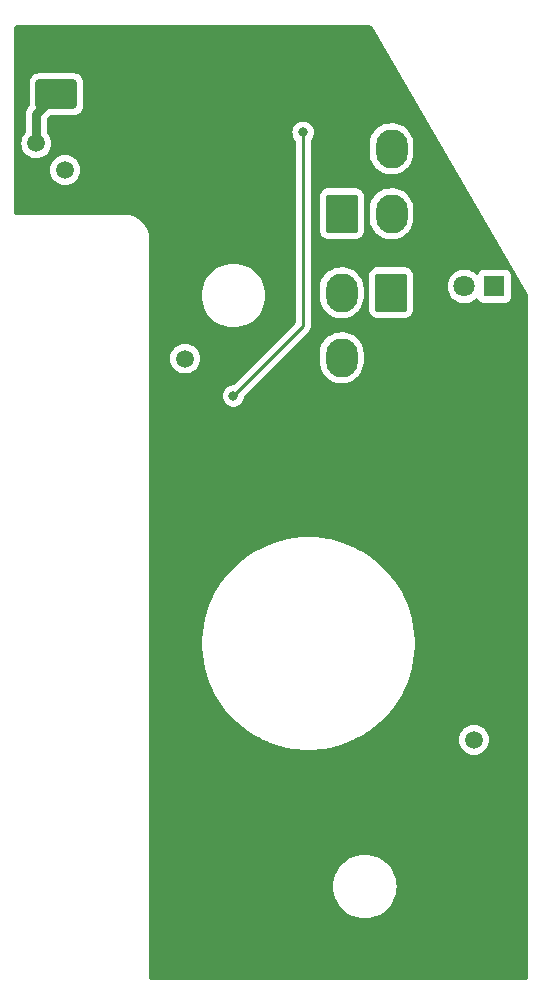
<source format=gbr>
%TF.GenerationSoftware,KiCad,Pcbnew,7.0.1*%
%TF.CreationDate,2023-04-22T13:02:42-08:00*%
%TF.ProjectId,AV COOL PANEL,41562043-4f4f-44c2-9050-414e454c2e6b,3*%
%TF.SameCoordinates,Original*%
%TF.FileFunction,Copper,L2,Bot*%
%TF.FilePolarity,Positive*%
%FSLAX46Y46*%
G04 Gerber Fmt 4.6, Leading zero omitted, Abs format (unit mm)*
G04 Created by KiCad (PCBNEW 7.0.1) date 2023-04-22 13:02:42*
%MOMM*%
%LPD*%
G01*
G04 APERTURE LIST*
G04 Aperture macros list*
%AMRoundRect*
0 Rectangle with rounded corners*
0 $1 Rounding radius*
0 $2 $3 $4 $5 $6 $7 $8 $9 X,Y pos of 4 corners*
0 Add a 4 corners polygon primitive as box body*
4,1,4,$2,$3,$4,$5,$6,$7,$8,$9,$2,$3,0*
0 Add four circle primitives for the rounded corners*
1,1,$1+$1,$2,$3*
1,1,$1+$1,$4,$5*
1,1,$1+$1,$6,$7*
1,1,$1+$1,$8,$9*
0 Add four rect primitives between the rounded corners*
20,1,$1+$1,$2,$3,$4,$5,0*
20,1,$1+$1,$4,$5,$6,$7,0*
20,1,$1+$1,$6,$7,$8,$9,0*
20,1,$1+$1,$8,$9,$2,$3,0*%
G04 Aperture macros list end*
%TA.AperFunction,ComponentPad*%
%ADD10C,1.500000*%
%TD*%
%TA.AperFunction,ComponentPad*%
%ADD11R,1.800000X1.800000*%
%TD*%
%TA.AperFunction,ComponentPad*%
%ADD12C,1.800000*%
%TD*%
%TA.AperFunction,SMDPad,CuDef*%
%ADD13RoundRect,0.250000X-1.500000X-1.000000X1.500000X-1.000000X1.500000X1.000000X-1.500000X1.000000X0*%
%TD*%
%TA.AperFunction,ComponentPad*%
%ADD14RoundRect,0.250001X-1.099999X-1.399999X1.099999X-1.399999X1.099999X1.399999X-1.099999X1.399999X0*%
%TD*%
%TA.AperFunction,ComponentPad*%
%ADD15O,2.700000X3.300000*%
%TD*%
%TA.AperFunction,ComponentPad*%
%ADD16RoundRect,0.250001X1.099999X1.399999X-1.099999X1.399999X-1.099999X-1.399999X1.099999X-1.399999X0*%
%TD*%
%TA.AperFunction,ViaPad*%
%ADD17C,1.500000*%
%TD*%
%TA.AperFunction,ViaPad*%
%ADD18C,1.000000*%
%TD*%
%TA.AperFunction,ViaPad*%
%ADD19C,0.800000*%
%TD*%
%TA.AperFunction,Conductor*%
%ADD20C,0.750000*%
%TD*%
%TA.AperFunction,Conductor*%
%ADD21C,0.250000*%
%TD*%
G04 APERTURE END LIST*
D10*
%TO.P,TP2,1,1*%
%TO.N,GND*%
X247960000Y-104090000D03*
%TD*%
%TO.P,TP4,1,1*%
%TO.N,DATA OUT*%
X223740000Y-63250000D03*
%TD*%
%TO.P,TP1,1,1*%
%TO.N,+5V*%
X248200000Y-95530000D03*
%TD*%
%TO.P,TP3,1,1*%
%TO.N,DATA IN*%
X213580000Y-47290000D03*
%TD*%
D11*
%TO.P,D1,1,K*%
%TO.N,Net-(D1-K)*%
X249935000Y-57140000D03*
D12*
%TO.P,D1,2,A*%
%TO.N,+5V*%
X247395000Y-57140000D03*
%TD*%
D13*
%TO.P,C1,1*%
%TO.N,+5V*%
X212842500Y-40870000D03*
%TO.P,C1,2*%
%TO.N,GND*%
X219342500Y-40870000D03*
%TD*%
D14*
%TO.P,J1,1,Pin_1*%
%TO.N,+5V*%
X237020000Y-50990000D03*
D15*
%TO.P,J1,2,Pin_3*%
X241220000Y-50990000D03*
%TO.P,J1,3,Pin_2*%
%TO.N,GND*%
X237020000Y-45490000D03*
%TO.P,J1,4,Pin_4*%
%TO.N,DATA IN*%
X241220000Y-45490000D03*
%TD*%
D16*
%TO.P,J2,1,Pin_1*%
%TO.N,+5V*%
X241200000Y-57680000D03*
D15*
%TO.P,J2,2,Pin_3*%
X237000000Y-57680000D03*
%TO.P,J2,3,Pin_2*%
%TO.N,GND*%
X241200000Y-63180000D03*
%TO.P,J2,4,Pin_4*%
%TO.N,DATA OUT*%
X237000000Y-63180000D03*
%TD*%
D17*
%TO.N,+5V*%
X211140000Y-45040000D03*
D18*
%TO.N,GND*%
X224282000Y-42037000D03*
X240702000Y-100621000D03*
X246160000Y-60310000D03*
X236398000Y-71704000D03*
X216610000Y-42310000D03*
X231902000Y-41783000D03*
X242138000Y-78054000D03*
X231699000Y-78054000D03*
X241050000Y-40600000D03*
X222936000Y-91618000D03*
X247400000Y-85190000D03*
X233426000Y-100584000D03*
X229591000Y-71526000D03*
X245528000Y-72861000D03*
D19*
%TO.N,/DATA1*%
X233730000Y-44090000D03*
X227838000Y-66421000D03*
%TD*%
D20*
%TO.N,+5V*%
X211140000Y-42572500D02*
X212842500Y-40870000D01*
X211140000Y-45040000D02*
X211140000Y-42572500D01*
D21*
%TO.N,/DATA1*%
X233730000Y-60529000D02*
X227838000Y-66421000D01*
X233730000Y-44090000D02*
X233730000Y-60529000D01*
%TD*%
%TA.AperFunction,Conductor*%
%TO.N,GND*%
G36*
X239479098Y-35061224D02*
G01*
X239525174Y-35106957D01*
X252720258Y-57700527D01*
X252737454Y-57764070D01*
X252737454Y-115705541D01*
X252720573Y-115768541D01*
X252674454Y-115814660D01*
X252611454Y-115831541D01*
X220844436Y-115831541D01*
X220781436Y-115814660D01*
X220735317Y-115768541D01*
X220718436Y-115705541D01*
X220718445Y-108905818D01*
X220718446Y-107950009D01*
X236255101Y-107950009D01*
X236274753Y-108274906D01*
X236333424Y-108595064D01*
X236430260Y-108905821D01*
X236563843Y-109202629D01*
X236732232Y-109481182D01*
X236932973Y-109737407D01*
X237163121Y-109967555D01*
X237419346Y-110168296D01*
X237538091Y-110240079D01*
X237697896Y-110336684D01*
X237994711Y-110470270D01*
X238305463Y-110567104D01*
X238625621Y-110625774D01*
X238625622Y-110625775D01*
X238869215Y-110640510D01*
X238869216Y-110640510D01*
X239031822Y-110640510D01*
X239031823Y-110640510D01*
X239153618Y-110633142D01*
X239275416Y-110625775D01*
X239595575Y-110567104D01*
X239906327Y-110470270D01*
X240203142Y-110336684D01*
X240481691Y-110168296D01*
X240737912Y-109967559D01*
X240968068Y-109737403D01*
X241168805Y-109481182D01*
X241337193Y-109202633D01*
X241470779Y-108905818D01*
X241567613Y-108595066D01*
X241626284Y-108274907D01*
X241645937Y-107950010D01*
X241626284Y-107625113D01*
X241567613Y-107304954D01*
X241470779Y-106994202D01*
X241337193Y-106697387D01*
X241240588Y-106537582D01*
X241168805Y-106418837D01*
X240968064Y-106162612D01*
X240737916Y-105932464D01*
X240481691Y-105731723D01*
X240285260Y-105612978D01*
X240203142Y-105563336D01*
X240203138Y-105563334D01*
X239906330Y-105429751D01*
X239595573Y-105332915D01*
X239275415Y-105274244D01*
X239031823Y-105259510D01*
X239031822Y-105259510D01*
X238869216Y-105259510D01*
X238869215Y-105259510D01*
X238625622Y-105274244D01*
X238305464Y-105332915D01*
X237994707Y-105429751D01*
X237697899Y-105563334D01*
X237419346Y-105731723D01*
X237163121Y-105932464D01*
X236932973Y-106162612D01*
X236732232Y-106418837D01*
X236563843Y-106697390D01*
X236430260Y-106994198D01*
X236333424Y-107304955D01*
X236274753Y-107625113D01*
X236255101Y-107950009D01*
X220718446Y-107950009D01*
X220718473Y-87676925D01*
X225187519Y-87676925D01*
X225227717Y-88277427D01*
X225307936Y-88873900D01*
X225427812Y-89463669D01*
X225586817Y-90044133D01*
X225764138Y-90554793D01*
X225784234Y-90612667D01*
X226019185Y-91166750D01*
X226019188Y-91166757D01*
X226290614Y-91703890D01*
X226290621Y-91703903D01*
X226597328Y-92221726D01*
X226937937Y-92717907D01*
X227142177Y-92976539D01*
X227310926Y-93190230D01*
X227522906Y-93424605D01*
X227714631Y-93636586D01*
X228147248Y-94054980D01*
X228606843Y-94443544D01*
X229091366Y-94800542D01*
X229091377Y-94800550D01*
X229598642Y-95124375D01*
X229598646Y-95124377D01*
X229598652Y-95124381D01*
X230126434Y-95413614D01*
X230337079Y-95511363D01*
X230672350Y-95666947D01*
X230970548Y-95781795D01*
X231233982Y-95883255D01*
X231808800Y-96061565D01*
X232394244Y-96201084D01*
X232987699Y-96301187D01*
X232987705Y-96301188D01*
X233471149Y-96349822D01*
X233586516Y-96361429D01*
X234037598Y-96376510D01*
X234338430Y-96376510D01*
X234338440Y-96376510D01*
X234789522Y-96361429D01*
X235027583Y-96337479D01*
X235388332Y-96301188D01*
X235388336Y-96301187D01*
X235388339Y-96301187D01*
X235981794Y-96201084D01*
X236567238Y-96061565D01*
X237142056Y-95883255D01*
X237570501Y-95718242D01*
X237703687Y-95666947D01*
X237914326Y-95569199D01*
X237998798Y-95530000D01*
X246936693Y-95530000D01*
X246955885Y-95749375D01*
X247012879Y-95962074D01*
X247105943Y-96161653D01*
X247232253Y-96342041D01*
X247387958Y-96497746D01*
X247387961Y-96497748D01*
X247387962Y-96497749D01*
X247568346Y-96624056D01*
X247767924Y-96717120D01*
X247861707Y-96742249D01*
X247980624Y-96774114D01*
X247980625Y-96774114D01*
X247980629Y-96774115D01*
X248200000Y-96793307D01*
X248419371Y-96774115D01*
X248632076Y-96717120D01*
X248831654Y-96624056D01*
X249012038Y-96497749D01*
X249167749Y-96342038D01*
X249294056Y-96161654D01*
X249387120Y-95962076D01*
X249444115Y-95749371D01*
X249463307Y-95530000D01*
X249444115Y-95310629D01*
X249387120Y-95097924D01*
X249294056Y-94898347D01*
X249167749Y-94717962D01*
X249167748Y-94717961D01*
X249167746Y-94717958D01*
X249012041Y-94562253D01*
X248831653Y-94435943D01*
X248632074Y-94342879D01*
X248419375Y-94285885D01*
X248200000Y-94266693D01*
X247980624Y-94285885D01*
X247767925Y-94342879D01*
X247568347Y-94435943D01*
X247387958Y-94562253D01*
X247232253Y-94717958D01*
X247105943Y-94898347D01*
X247012879Y-95097925D01*
X246955885Y-95310624D01*
X246936693Y-95530000D01*
X237998798Y-95530000D01*
X238249604Y-95413614D01*
X238777386Y-95124381D01*
X239131463Y-94898347D01*
X239284660Y-94800550D01*
X239284663Y-94800547D01*
X239284672Y-94800542D01*
X239769195Y-94443544D01*
X240228790Y-94054980D01*
X240661407Y-93636586D01*
X241065111Y-93190230D01*
X241438101Y-92717907D01*
X241778710Y-92221726D01*
X242085417Y-91703903D01*
X242356853Y-91166750D01*
X242591804Y-90612667D01*
X242789222Y-90044128D01*
X242948225Y-89463673D01*
X243068103Y-88873894D01*
X243148321Y-88277425D01*
X243188519Y-87676930D01*
X243188519Y-87075090D01*
X243148321Y-86474595D01*
X243068103Y-85878126D01*
X242948225Y-85288347D01*
X242789222Y-84707892D01*
X242591804Y-84139353D01*
X242356853Y-83585270D01*
X242085417Y-83048117D01*
X241778710Y-82530294D01*
X241438101Y-82034113D01*
X241198370Y-81730538D01*
X241065111Y-81561789D01*
X240873386Y-81349809D01*
X240661407Y-81115434D01*
X240228790Y-80697040D01*
X239769195Y-80308476D01*
X239284672Y-79951478D01*
X239284660Y-79951469D01*
X238777395Y-79627644D01*
X238777386Y-79627639D01*
X238249604Y-79338406D01*
X238182899Y-79307451D01*
X237703687Y-79085072D01*
X237142056Y-78868765D01*
X236567239Y-78690455D01*
X236372089Y-78643948D01*
X235981794Y-78550936D01*
X235808693Y-78521737D01*
X235388332Y-78450831D01*
X234789530Y-78390591D01*
X234589041Y-78383888D01*
X234338440Y-78375510D01*
X234037598Y-78375510D01*
X233800186Y-78383447D01*
X233586507Y-78390591D01*
X232987705Y-78450831D01*
X232480794Y-78536336D01*
X232394244Y-78550936D01*
X232199096Y-78597442D01*
X231808798Y-78690455D01*
X231233981Y-78868765D01*
X230672350Y-79085072D01*
X230126440Y-79338403D01*
X230126434Y-79338406D01*
X229928515Y-79446868D01*
X229598642Y-79627644D01*
X229091377Y-79951469D01*
X228606836Y-80308481D01*
X228147250Y-80697038D01*
X227714631Y-81115434D01*
X227310926Y-81561789D01*
X227008917Y-81944229D01*
X226937937Y-82034113D01*
X226736323Y-82327812D01*
X226597331Y-82530289D01*
X226290614Y-83048129D01*
X226019188Y-83585262D01*
X225784232Y-84139358D01*
X225586817Y-84707886D01*
X225427812Y-85288350D01*
X225307936Y-85878119D01*
X225227717Y-86474592D01*
X225187519Y-87075095D01*
X225187519Y-87676925D01*
X220718473Y-87676925D01*
X220718502Y-66421000D01*
X226924496Y-66421000D01*
X226944458Y-66610929D01*
X227003472Y-66792556D01*
X227098958Y-66957942D01*
X227098960Y-66957944D01*
X227226747Y-67099866D01*
X227381248Y-67212118D01*
X227555712Y-67289794D01*
X227742513Y-67329500D01*
X227933485Y-67329500D01*
X227933487Y-67329500D01*
X228120288Y-67289794D01*
X228294752Y-67212118D01*
X228449253Y-67099866D01*
X228577040Y-66957944D01*
X228672527Y-66792556D01*
X228731542Y-66610928D01*
X228748907Y-66445700D01*
X228760491Y-66404631D01*
X228785119Y-66369783D01*
X231606983Y-63547919D01*
X235141500Y-63547919D01*
X235156387Y-63751327D01*
X235215538Y-64016862D01*
X235312722Y-64270963D01*
X235445869Y-64508205D01*
X235612135Y-64723524D01*
X235612139Y-64723529D01*
X235807988Y-64912352D01*
X235807991Y-64912354D01*
X235807994Y-64912357D01*
X236029241Y-65070646D01*
X236271187Y-65195038D01*
X236404510Y-65240521D01*
X236528666Y-65282878D01*
X236796190Y-65332292D01*
X237068058Y-65342228D01*
X237338475Y-65312473D01*
X237601678Y-65243663D01*
X237852058Y-65137263D01*
X238084277Y-64995542D01*
X238293387Y-64821519D01*
X238474931Y-64618904D01*
X238625039Y-64392016D01*
X238740512Y-64145689D01*
X238818889Y-63885175D01*
X238819407Y-63881654D01*
X238858500Y-63616027D01*
X238858500Y-62812081D01*
X238853515Y-62743973D01*
X238843613Y-62608676D01*
X238784461Y-62343136D01*
X238687277Y-62089037D01*
X238687277Y-62089036D01*
X238554130Y-61851794D01*
X238387864Y-61636475D01*
X238387861Y-61636471D01*
X238192012Y-61447648D01*
X238192008Y-61447645D01*
X238192005Y-61447642D01*
X237970758Y-61289353D01*
X237728812Y-61164961D01*
X237471335Y-61077122D01*
X237203811Y-61027708D01*
X236931941Y-61017771D01*
X236661524Y-61047527D01*
X236398324Y-61116336D01*
X236147939Y-61222737D01*
X235915721Y-61364458D01*
X235706612Y-61538481D01*
X235525072Y-61741092D01*
X235374960Y-61967984D01*
X235259488Y-62214310D01*
X235181109Y-62474829D01*
X235141500Y-62743973D01*
X235141500Y-63547919D01*
X231606983Y-63547919D01*
X234118658Y-61036244D01*
X234134979Y-61023170D01*
X234137014Y-61021002D01*
X234137018Y-61021000D01*
X234183677Y-60971311D01*
X234186368Y-60968534D01*
X234206134Y-60948770D01*
X234208605Y-60945583D01*
X234216312Y-60936559D01*
X234246586Y-60904321D01*
X234256343Y-60886570D01*
X234267199Y-60870043D01*
X234279613Y-60854041D01*
X234297172Y-60813461D01*
X234302392Y-60802809D01*
X234323694Y-60764061D01*
X234323695Y-60764060D01*
X234328732Y-60744439D01*
X234335138Y-60725730D01*
X234343181Y-60707144D01*
X234350096Y-60663481D01*
X234352504Y-60651853D01*
X234363500Y-60609029D01*
X234363500Y-60588776D01*
X234365051Y-60569066D01*
X234368220Y-60549057D01*
X234364059Y-60505039D01*
X234363500Y-60493181D01*
X234363500Y-58047919D01*
X235141500Y-58047919D01*
X235156387Y-58251327D01*
X235215538Y-58516862D01*
X235312722Y-58770963D01*
X235445869Y-59008205D01*
X235566653Y-59164623D01*
X235612139Y-59223529D01*
X235807988Y-59412352D01*
X235807991Y-59412354D01*
X235807994Y-59412357D01*
X236029241Y-59570646D01*
X236271187Y-59695038D01*
X236404510Y-59740521D01*
X236528666Y-59782878D01*
X236796190Y-59832292D01*
X237068058Y-59842228D01*
X237338475Y-59812473D01*
X237601678Y-59743663D01*
X237852058Y-59637263D01*
X238084277Y-59495542D01*
X238293387Y-59321519D01*
X238464502Y-59130544D01*
X239341500Y-59130544D01*
X239352113Y-59234425D01*
X239407885Y-59402738D01*
X239465127Y-59495541D01*
X239500972Y-59553654D01*
X239626345Y-59679027D01*
X239626347Y-59679028D01*
X239626349Y-59679030D01*
X239777262Y-59772115D01*
X239945575Y-59827887D01*
X240049456Y-59838500D01*
X242350540Y-59838500D01*
X242350544Y-59838500D01*
X242454425Y-59827887D01*
X242622738Y-59772115D01*
X242773651Y-59679030D01*
X242899030Y-59553651D01*
X242992115Y-59402738D01*
X243047887Y-59234425D01*
X243058500Y-59130544D01*
X243058500Y-57140000D01*
X245981673Y-57140000D01*
X246000949Y-57372626D01*
X246000949Y-57372629D01*
X246000950Y-57372630D01*
X246055261Y-57587103D01*
X246058251Y-57598907D01*
X246152016Y-57812669D01*
X246279686Y-58008083D01*
X246437780Y-58179818D01*
X246621983Y-58323190D01*
X246827273Y-58434287D01*
X247048049Y-58510080D01*
X247278288Y-58548500D01*
X247511709Y-58548500D01*
X247511712Y-58548500D01*
X247741951Y-58510080D01*
X247962727Y-58434287D01*
X248168017Y-58323190D01*
X248352220Y-58179818D01*
X248352221Y-58179816D01*
X248360459Y-58173405D01*
X248361550Y-58174806D01*
X248403451Y-58147847D01*
X248466915Y-58143934D01*
X248524208Y-58171509D01*
X248560742Y-58223550D01*
X248584111Y-58286206D01*
X248671738Y-58403261D01*
X248788794Y-58490888D01*
X248788795Y-58490888D01*
X248788796Y-58490889D01*
X248925799Y-58541989D01*
X248986362Y-58548500D01*
X250883638Y-58548500D01*
X250944201Y-58541989D01*
X251081204Y-58490889D01*
X251198261Y-58403261D01*
X251285889Y-58286204D01*
X251336989Y-58149201D01*
X251343500Y-58088638D01*
X251343500Y-56191362D01*
X251336989Y-56130799D01*
X251285889Y-55993796D01*
X251258201Y-55956809D01*
X251198261Y-55876738D01*
X251081205Y-55789111D01*
X251012702Y-55763561D01*
X250944201Y-55738011D01*
X250883638Y-55731500D01*
X248986362Y-55731500D01*
X248925799Y-55738011D01*
X248788794Y-55789111D01*
X248671738Y-55876738D01*
X248584109Y-55993796D01*
X248560741Y-56056449D01*
X248524210Y-56108488D01*
X248466920Y-56136063D01*
X248403460Y-56132154D01*
X248361549Y-56105193D01*
X248360459Y-56106595D01*
X248215536Y-55993796D01*
X248168017Y-55956810D01*
X248052793Y-55894454D01*
X247962726Y-55845712D01*
X247797852Y-55789111D01*
X247741951Y-55769920D01*
X247511712Y-55731500D01*
X247278288Y-55731500D01*
X247048049Y-55769920D01*
X247048046Y-55769920D01*
X247048046Y-55769921D01*
X246827273Y-55845712D01*
X246621984Y-55956809D01*
X246437779Y-56100182D01*
X246279684Y-56271919D01*
X246152016Y-56467330D01*
X246058250Y-56681094D01*
X246017216Y-56843136D01*
X246000949Y-56907374D01*
X245981673Y-57140000D01*
X243058500Y-57140000D01*
X243058500Y-56229456D01*
X243047887Y-56125575D01*
X242992115Y-55957262D01*
X242899030Y-55806349D01*
X242899028Y-55806347D01*
X242899027Y-55806345D01*
X242773654Y-55680972D01*
X242747698Y-55664962D01*
X242622738Y-55587885D01*
X242500943Y-55547527D01*
X242454426Y-55532113D01*
X242433648Y-55529990D01*
X242350544Y-55521500D01*
X240049456Y-55521500D01*
X239988692Y-55527708D01*
X239945573Y-55532113D01*
X239777262Y-55587885D01*
X239626345Y-55680972D01*
X239500972Y-55806345D01*
X239407885Y-55957262D01*
X239352113Y-56125573D01*
X239352112Y-56125575D01*
X239352113Y-56125575D01*
X239341500Y-56229456D01*
X239341500Y-59130544D01*
X238464502Y-59130544D01*
X238474931Y-59118904D01*
X238625039Y-58892016D01*
X238740512Y-58645689D01*
X238818889Y-58385175D01*
X238818890Y-58385170D01*
X238858500Y-58116027D01*
X238858500Y-57312081D01*
X238857757Y-57301934D01*
X238843613Y-57108676D01*
X238784461Y-56843136D01*
X238687277Y-56589037D01*
X238687277Y-56589036D01*
X238554130Y-56351794D01*
X238387864Y-56136475D01*
X238387861Y-56136471D01*
X238192012Y-55947648D01*
X238192008Y-55947645D01*
X238192005Y-55947642D01*
X237970758Y-55789353D01*
X237728812Y-55664961D01*
X237471335Y-55577122D01*
X237203811Y-55527708D01*
X236931941Y-55517771D01*
X236661524Y-55547527D01*
X236398324Y-55616336D01*
X236147939Y-55722737D01*
X235915721Y-55864458D01*
X235706612Y-56038481D01*
X235525072Y-56241092D01*
X235374960Y-56467984D01*
X235259488Y-56714310D01*
X235181109Y-56974829D01*
X235141500Y-57243973D01*
X235141500Y-58047919D01*
X234363500Y-58047919D01*
X234363500Y-52440544D01*
X235161500Y-52440544D01*
X235172113Y-52544425D01*
X235227885Y-52712738D01*
X235267976Y-52777735D01*
X235320972Y-52863654D01*
X235446345Y-52989027D01*
X235446347Y-52989028D01*
X235446349Y-52989030D01*
X235597262Y-53082115D01*
X235765575Y-53137887D01*
X235869456Y-53148500D01*
X238170540Y-53148500D01*
X238170544Y-53148500D01*
X238274425Y-53137887D01*
X238442738Y-53082115D01*
X238593651Y-52989030D01*
X238719030Y-52863651D01*
X238812115Y-52712738D01*
X238867887Y-52544425D01*
X238878500Y-52440544D01*
X238878500Y-51357919D01*
X239361500Y-51357919D01*
X239376387Y-51561327D01*
X239435538Y-51826862D01*
X239532722Y-52080963D01*
X239665869Y-52318205D01*
X239832135Y-52533524D01*
X239832139Y-52533529D01*
X240027988Y-52722352D01*
X240027991Y-52722354D01*
X240027994Y-52722357D01*
X240249241Y-52880646D01*
X240491187Y-53005038D01*
X240624510Y-53050521D01*
X240748666Y-53092878D01*
X241016190Y-53142292D01*
X241288058Y-53152228D01*
X241558475Y-53122473D01*
X241821678Y-53053663D01*
X242072058Y-52947263D01*
X242304277Y-52805542D01*
X242513387Y-52631519D01*
X242694931Y-52428904D01*
X242845039Y-52202016D01*
X242960512Y-51955689D01*
X243038889Y-51695175D01*
X243038890Y-51695170D01*
X243078500Y-51426027D01*
X243078500Y-50622081D01*
X243073515Y-50553973D01*
X243063613Y-50418676D01*
X243004461Y-50153136D01*
X242907277Y-49899037D01*
X242907277Y-49899036D01*
X242774130Y-49661794D01*
X242607864Y-49446475D01*
X242607861Y-49446471D01*
X242412012Y-49257648D01*
X242412008Y-49257645D01*
X242412005Y-49257642D01*
X242190758Y-49099353D01*
X241948812Y-48974961D01*
X241691335Y-48887122D01*
X241423811Y-48837708D01*
X241151941Y-48827771D01*
X240881524Y-48857527D01*
X240618324Y-48926336D01*
X240367939Y-49032737D01*
X240135721Y-49174458D01*
X239926612Y-49348481D01*
X239745072Y-49551092D01*
X239594960Y-49777984D01*
X239479488Y-50024310D01*
X239401109Y-50284829D01*
X239361500Y-50553973D01*
X239361500Y-51357919D01*
X238878500Y-51357919D01*
X238878500Y-49539456D01*
X238867887Y-49435575D01*
X238812115Y-49267262D01*
X238719030Y-49116349D01*
X238719028Y-49116347D01*
X238719027Y-49116345D01*
X238593654Y-48990972D01*
X238567698Y-48974962D01*
X238442738Y-48897885D01*
X238320943Y-48857527D01*
X238274426Y-48842113D01*
X238253648Y-48839990D01*
X238170544Y-48831500D01*
X235869456Y-48831500D01*
X235808692Y-48837708D01*
X235765573Y-48842113D01*
X235597262Y-48897885D01*
X235446345Y-48990972D01*
X235320972Y-49116345D01*
X235227885Y-49267262D01*
X235172113Y-49435573D01*
X235172112Y-49435575D01*
X235172113Y-49435575D01*
X235161500Y-49539456D01*
X235161500Y-52440544D01*
X234363500Y-52440544D01*
X234363500Y-45857919D01*
X239361500Y-45857919D01*
X239376387Y-46061327D01*
X239435538Y-46326862D01*
X239532722Y-46580963D01*
X239665869Y-46818205D01*
X239832135Y-47033524D01*
X239832139Y-47033529D01*
X240027988Y-47222352D01*
X240027991Y-47222354D01*
X240027994Y-47222357D01*
X240249241Y-47380646D01*
X240491187Y-47505038D01*
X240624510Y-47550521D01*
X240748666Y-47592878D01*
X241016190Y-47642292D01*
X241288058Y-47652228D01*
X241558475Y-47622473D01*
X241821678Y-47553663D01*
X242072058Y-47447263D01*
X242304277Y-47305542D01*
X242513387Y-47131519D01*
X242694931Y-46928904D01*
X242845039Y-46702016D01*
X242960512Y-46455689D01*
X243038889Y-46195175D01*
X243052472Y-46102880D01*
X243078500Y-45926027D01*
X243078500Y-45122081D01*
X243073515Y-45053973D01*
X243063613Y-44918676D01*
X243004461Y-44653136D01*
X242955190Y-44524310D01*
X242907277Y-44399036D01*
X242774130Y-44161794D01*
X242607864Y-43946475D01*
X242607861Y-43946471D01*
X242412012Y-43757648D01*
X242412008Y-43757645D01*
X242412005Y-43757642D01*
X242190758Y-43599353D01*
X241948812Y-43474961D01*
X241691335Y-43387122D01*
X241423811Y-43337708D01*
X241151941Y-43327771D01*
X240881524Y-43357527D01*
X240618324Y-43426336D01*
X240367939Y-43532737D01*
X240135721Y-43674458D01*
X239926612Y-43848481D01*
X239745072Y-44051092D01*
X239594960Y-44277984D01*
X239479488Y-44524310D01*
X239401109Y-44784829D01*
X239361500Y-45053973D01*
X239361500Y-45857919D01*
X234363500Y-45857919D01*
X234363500Y-44792525D01*
X234371869Y-44747371D01*
X234395864Y-44708214D01*
X234469040Y-44626944D01*
X234564527Y-44461556D01*
X234623542Y-44279928D01*
X234643504Y-44090000D01*
X234623542Y-43900072D01*
X234564527Y-43718444D01*
X234564527Y-43718443D01*
X234469041Y-43553057D01*
X234341252Y-43411133D01*
X234240191Y-43337708D01*
X234186752Y-43298882D01*
X234012288Y-43221206D01*
X233825487Y-43181500D01*
X233634513Y-43181500D01*
X233509979Y-43207970D01*
X233447711Y-43221206D01*
X233273246Y-43298883D01*
X233118747Y-43411133D01*
X232990958Y-43553057D01*
X232895472Y-43718443D01*
X232836458Y-43900070D01*
X232816496Y-44090000D01*
X232836458Y-44279929D01*
X232895472Y-44461556D01*
X232990958Y-44626942D01*
X233064136Y-44708214D01*
X233088131Y-44747371D01*
X233096500Y-44792525D01*
X233096500Y-60214405D01*
X233086909Y-60262623D01*
X233059595Y-60303500D01*
X227887500Y-65475595D01*
X227846623Y-65502909D01*
X227798405Y-65512500D01*
X227742513Y-65512500D01*
X227617979Y-65538970D01*
X227555711Y-65552206D01*
X227381246Y-65629883D01*
X227226747Y-65742133D01*
X227098958Y-65884057D01*
X227003472Y-66049443D01*
X226944458Y-66231070D01*
X226924496Y-66421000D01*
X220718502Y-66421000D01*
X220718506Y-63250000D01*
X222476693Y-63250000D01*
X222495885Y-63469375D01*
X222552879Y-63682074D01*
X222645943Y-63881653D01*
X222772253Y-64062041D01*
X222927958Y-64217746D01*
X222927961Y-64217748D01*
X222927962Y-64217749D01*
X223108346Y-64344056D01*
X223307924Y-64437120D01*
X223401707Y-64462249D01*
X223520624Y-64494114D01*
X223520625Y-64494114D01*
X223520629Y-64494115D01*
X223740000Y-64513307D01*
X223959371Y-64494115D01*
X224172076Y-64437120D01*
X224371654Y-64344056D01*
X224552038Y-64217749D01*
X224707749Y-64062038D01*
X224834056Y-63881654D01*
X224927120Y-63682076D01*
X224984115Y-63469371D01*
X225003307Y-63250000D01*
X224984115Y-63030629D01*
X224927120Y-62817924D01*
X224834056Y-62618347D01*
X224707749Y-62437962D01*
X224707748Y-62437961D01*
X224707746Y-62437958D01*
X224552041Y-62282253D01*
X224371653Y-62155943D01*
X224172074Y-62062879D01*
X223959375Y-62005885D01*
X223740000Y-61986693D01*
X223520624Y-62005885D01*
X223307925Y-62062879D01*
X223108347Y-62155943D01*
X222927958Y-62282253D01*
X222772253Y-62437958D01*
X222645943Y-62618347D01*
X222552879Y-62817925D01*
X222495885Y-63030624D01*
X222476693Y-63250000D01*
X220718506Y-63250000D01*
X220718513Y-57912000D01*
X225142582Y-57912000D01*
X225162234Y-58236896D01*
X225220905Y-58557054D01*
X225317741Y-58867811D01*
X225451324Y-59164619D01*
X225619713Y-59443172D01*
X225820454Y-59699397D01*
X226050602Y-59929545D01*
X226306827Y-60130286D01*
X226425572Y-60202069D01*
X226585377Y-60298674D01*
X226882192Y-60432260D01*
X227192944Y-60529094D01*
X227464499Y-60578858D01*
X227513103Y-60587765D01*
X227756696Y-60602500D01*
X227756697Y-60602500D01*
X227919303Y-60602500D01*
X227919304Y-60602500D01*
X228146183Y-60588776D01*
X228162897Y-60587765D01*
X228483056Y-60529094D01*
X228793808Y-60432260D01*
X229090623Y-60298674D01*
X229369172Y-60130286D01*
X229625393Y-59929549D01*
X229855549Y-59699393D01*
X230056286Y-59443172D01*
X230224674Y-59164623D01*
X230358260Y-58867808D01*
X230455094Y-58557056D01*
X230513765Y-58236897D01*
X230533418Y-57912000D01*
X230513765Y-57587103D01*
X230455094Y-57266944D01*
X230358260Y-56956192D01*
X230224674Y-56659377D01*
X230128069Y-56499572D01*
X230056286Y-56380827D01*
X229855545Y-56124602D01*
X229625397Y-55894454D01*
X229369172Y-55693713D01*
X229094563Y-55527708D01*
X229090623Y-55525326D01*
X229073837Y-55517771D01*
X228793811Y-55391741D01*
X228483054Y-55294905D01*
X228162896Y-55236234D01*
X227919304Y-55221500D01*
X227919303Y-55221500D01*
X227756697Y-55221500D01*
X227756696Y-55221500D01*
X227513103Y-55236234D01*
X227192945Y-55294905D01*
X226882188Y-55391741D01*
X226585380Y-55525324D01*
X226306827Y-55693713D01*
X226050602Y-55894454D01*
X225820454Y-56124602D01*
X225619713Y-56380827D01*
X225451324Y-56659380D01*
X225317741Y-56956188D01*
X225220905Y-57266945D01*
X225162234Y-57587103D01*
X225142582Y-57912000D01*
X220718513Y-57912000D01*
X220718519Y-53113712D01*
X220718517Y-53113705D01*
X220718518Y-53104826D01*
X220718490Y-53104424D01*
X220718490Y-53082114D01*
X220718491Y-53012660D01*
X220682767Y-52741294D01*
X220611928Y-52476912D01*
X220507187Y-52224039D01*
X220370335Y-51987001D01*
X220275000Y-51862756D01*
X220203716Y-51769854D01*
X220010177Y-51576312D01*
X219793026Y-51409682D01*
X219555998Y-51272831D01*
X219303121Y-51168082D01*
X219038748Y-51097241D01*
X218767377Y-51061511D01*
X218630525Y-51061510D01*
X218564632Y-51061509D01*
X218548218Y-51061509D01*
X218547854Y-51061557D01*
X209414414Y-51061557D01*
X209351414Y-51044676D01*
X209305295Y-50998557D01*
X209288414Y-50935556D01*
X209288433Y-47290000D01*
X212316693Y-47290000D01*
X212335885Y-47509375D01*
X212392879Y-47722074D01*
X212485943Y-47921653D01*
X212612253Y-48102041D01*
X212767958Y-48257746D01*
X212767961Y-48257748D01*
X212767962Y-48257749D01*
X212948346Y-48384056D01*
X213147924Y-48477120D01*
X213241707Y-48502249D01*
X213360624Y-48534114D01*
X213360625Y-48534114D01*
X213360629Y-48534115D01*
X213580000Y-48553307D01*
X213799371Y-48534115D01*
X214012076Y-48477120D01*
X214211654Y-48384056D01*
X214392038Y-48257749D01*
X214547749Y-48102038D01*
X214674056Y-47921654D01*
X214767120Y-47722076D01*
X214824115Y-47509371D01*
X214843307Y-47290000D01*
X214824115Y-47070629D01*
X214767120Y-46857924D01*
X214674056Y-46658347D01*
X214547749Y-46477962D01*
X214547748Y-46477961D01*
X214547746Y-46477958D01*
X214392041Y-46322253D01*
X214211653Y-46195943D01*
X214012074Y-46102879D01*
X213799375Y-46045885D01*
X213580000Y-46026693D01*
X213360624Y-46045885D01*
X213147925Y-46102879D01*
X212948347Y-46195943D01*
X212767958Y-46322253D01*
X212612253Y-46477958D01*
X212485943Y-46658347D01*
X212392879Y-46857925D01*
X212335885Y-47070624D01*
X212316693Y-47290000D01*
X209288433Y-47290000D01*
X209288444Y-45040000D01*
X209876693Y-45040000D01*
X209895885Y-45259375D01*
X209952879Y-45472074D01*
X210045943Y-45671653D01*
X210172253Y-45852041D01*
X210327958Y-46007746D01*
X210327961Y-46007748D01*
X210327962Y-46007749D01*
X210508346Y-46134056D01*
X210707924Y-46227120D01*
X210801707Y-46252249D01*
X210920624Y-46284114D01*
X210920625Y-46284114D01*
X210920629Y-46284115D01*
X211140000Y-46303307D01*
X211359371Y-46284115D01*
X211572076Y-46227120D01*
X211771654Y-46134056D01*
X211952038Y-46007749D01*
X212107749Y-45852038D01*
X212234056Y-45671654D01*
X212327120Y-45472076D01*
X212384115Y-45259371D01*
X212403307Y-45040000D01*
X212384115Y-44820629D01*
X212376584Y-44792525D01*
X212327120Y-44607925D01*
X212288130Y-44524311D01*
X212234056Y-44408347D01*
X212107749Y-44227962D01*
X212060402Y-44180615D01*
X212033091Y-44139742D01*
X212023500Y-44091523D01*
X212023500Y-42990649D01*
X212033091Y-42942431D01*
X212060404Y-42901554D01*
X212296552Y-42665404D01*
X212337430Y-42638090D01*
X212385648Y-42628499D01*
X214393040Y-42628499D01*
X214393044Y-42628499D01*
X214496926Y-42617887D01*
X214665238Y-42562115D01*
X214816152Y-42469030D01*
X214941530Y-42343652D01*
X215034615Y-42192738D01*
X215090387Y-42024426D01*
X215101000Y-41920545D01*
X215100999Y-39819456D01*
X215090387Y-39715574D01*
X215034615Y-39547262D01*
X214941530Y-39396348D01*
X214941528Y-39396346D01*
X214941527Y-39396344D01*
X214816155Y-39270972D01*
X214816152Y-39270970D01*
X214665238Y-39177885D01*
X214496926Y-39122113D01*
X214393045Y-39111500D01*
X214393040Y-39111500D01*
X211291959Y-39111500D01*
X211188073Y-39122113D01*
X211019762Y-39177885D01*
X210868844Y-39270972D01*
X210743472Y-39396344D01*
X210743470Y-39396348D01*
X210650385Y-39547262D01*
X210594613Y-39715573D01*
X210594613Y-39715574D01*
X210584000Y-39819459D01*
X210584000Y-41821264D01*
X210575631Y-41866420D01*
X210551634Y-41905577D01*
X210545568Y-41912313D01*
X210545566Y-41912315D01*
X210538156Y-41920545D01*
X210501120Y-41961676D01*
X210496589Y-41966451D01*
X210482529Y-41980512D01*
X210470010Y-41995970D01*
X210465735Y-42000974D01*
X210421297Y-42050329D01*
X210414588Y-42061949D01*
X210403395Y-42078235D01*
X210394953Y-42088660D01*
X210364800Y-42147837D01*
X210361654Y-42153630D01*
X210328435Y-42211168D01*
X210324287Y-42223932D01*
X210316728Y-42242180D01*
X210310639Y-42254131D01*
X210293445Y-42318302D01*
X210291571Y-42324625D01*
X210271045Y-42387797D01*
X210269643Y-42401137D01*
X210266043Y-42420566D01*
X210262569Y-42433531D01*
X210259092Y-42499868D01*
X210258575Y-42506435D01*
X210256500Y-42526188D01*
X210256500Y-42546055D01*
X210256327Y-42552649D01*
X210252850Y-42618992D01*
X210254949Y-42632246D01*
X210256500Y-42651955D01*
X210256500Y-44091523D01*
X210246909Y-44139742D01*
X210219597Y-44180615D01*
X210172251Y-44227961D01*
X210172251Y-44227962D01*
X210045943Y-44408347D01*
X209952879Y-44607925D01*
X209895885Y-44820624D01*
X209876693Y-45040000D01*
X209288444Y-45040000D01*
X209288459Y-42211168D01*
X209288496Y-35170497D01*
X209305377Y-35107500D01*
X209351496Y-35061381D01*
X209414496Y-35044500D01*
X239416370Y-35044500D01*
X239479098Y-35061224D01*
G37*
%TD.AperFunction*%
%TD*%
M02*

</source>
